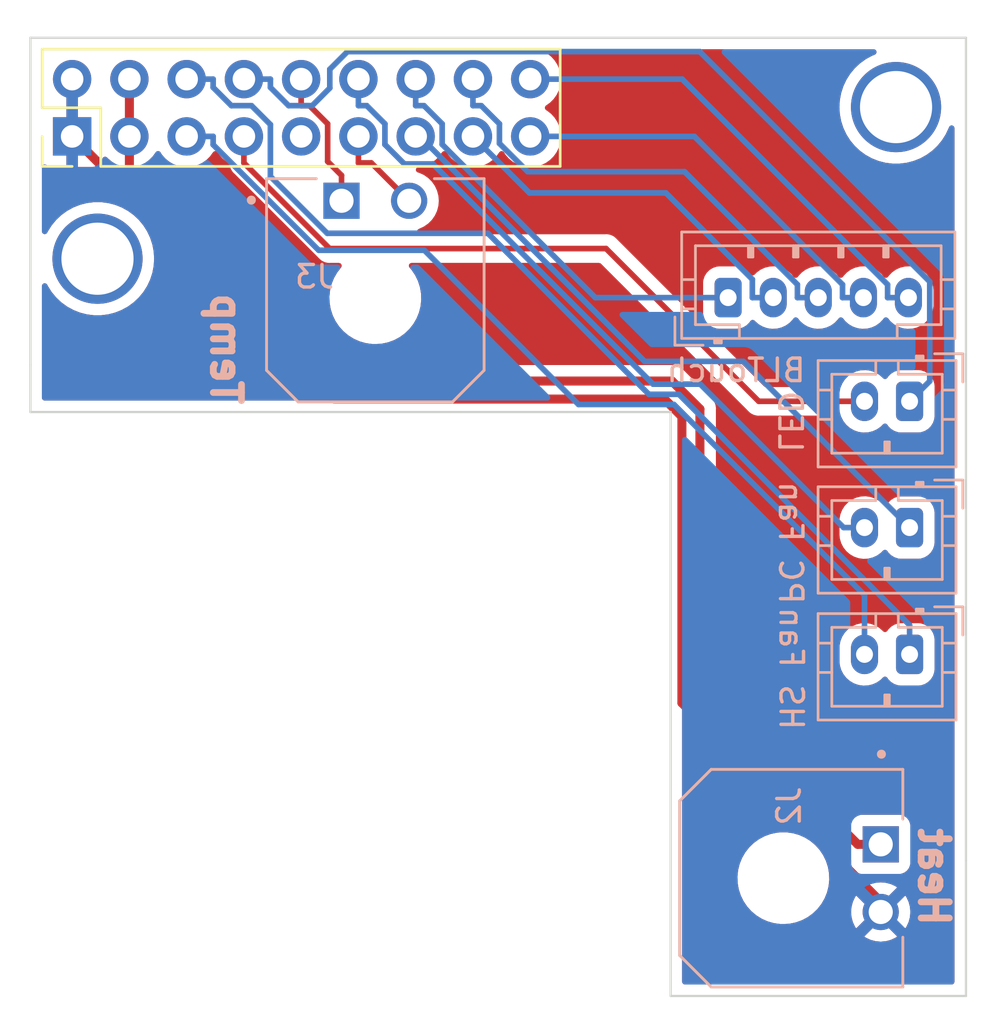
<source format=kicad_pcb>
(kicad_pcb (version 20211014) (generator pcbnew)
  (layers (0 "F.Cu" signal) (31 "B.Cu" signal) (34 "B.Paste" user) (35 "F.Paste" user) (36 "B.SilkS" user "B.Silkscreen") (37 "F.SilkS" user "F.Silkscreen") (38 "B.Mask" user) (39 "F.Mask" user) (44 "Edge.Cuts" user))
  (net 0 "")
  (net 1 "/Heater_GND")
  (net 2 "/Heater_VCC")
  (net 3 "/Thermistor_1")
  (net 4 "/Thermistor_2")
  (net 5 "/HS_Fan_GND")
  (net 6 "/HS_Fan_VCC")
  (net 7 "/PC_FAN_GND")
  (net 8 "/PC_FAN_VCC")
  (net 9 "/LED_GND")
  (net 10 "/LED_VCC")
  (net 11 "/BLT_PA1")
  (net 12 "/BLT_GND1")
  (net 13 "/BLT_PC14")
  (net 14 "/BLT_5v")
  (net 15 "/BLT_GND2")
  (footprint "Derek's Components:MountingHole_3.2mm_M3_Custom_Pad" (layer "F.Cu") (at 15.475 22.3)
    (fp_text reference "H1" hide)
    (fp_text value "MountingHole_3.2mm_M3_Custom_Pad" hide)
    (pad "1" thru_hole circle (at 0 0) (size 4 4) (drill 3.2) (layers *.Cu *.Mask))
  )
  (footprint "Connector_PinHeader_2.54mm:PinHeader_2x09_P2.54mm_Vertical" (layer "F.Cu") (at 14.35 16.875 90)
    (fp_text reference "J1" hide)
    (fp_text value "Conn_02x09_Odd_Even" hide)
    (fp_line (start -1.33 21.65) (end 3.87 21.65) (layer "F.SilkS") (width 0.12))
    (fp_line (start 1.27 1.27) (end 1.27 -1.33) (layer "F.SilkS") (width 0.12))
    (fp_line (start -1.33 1.27) (end -1.33 21.65) (layer "F.SilkS") (width 0.12))
    (fp_line (start 1.27 -1.33) (end 3.87 -1.33) (layer "F.SilkS") (width 0.12))
    (fp_line (start -1.33 0) (end -1.33 -1.33) (layer "F.SilkS") (width 0.12))
    (fp_line (start 3.87 -1.33) (end 3.87 21.65) (layer "F.SilkS") (width 0.12))
    (fp_line (start -1.33 -1.33) (end 0 -1.33) (layer "F.SilkS") (width 0.12))
    (fp_line (start -1.33 1.27) (end 1.27 1.27) (layer "F.SilkS") (width 0.12))
    (pad "1" thru_hole rect (at 0 0 90) (size 1.7 1.7) (drill 1) (layers *.Cu *.Mask) (net 1 "/Heater_GND"))
    (pad "2" thru_hole oval (at 2.54 0 90) (size 1.7 1.7) (drill 1) (layers *.Cu *.Mask) (net 1 "/Heater_GND"))
    (pad "3" thru_hole oval (at 0 2.54 90) (size 1.7 1.7) (drill 1) (layers *.Cu *.Mask) (net 2 "/Heater_VCC"))
    (pad "4" thru_hole oval (at 2.54 2.54 90) (size 1.7 1.7) (drill 1) (layers *.Cu *.Mask) (net 2 "/Heater_VCC"))
    (pad "5" thru_hole oval (at 0 5.08 90) (size 1.7 1.7) (drill 1) (layers *.Cu *.Mask) (net 5 "/HS_Fan_GND"))
    (pad "6" thru_hole oval (at 2.54 5.08 90) (size 1.7 1.7) (drill 1) (layers *.Cu *.Mask) (net 6 "/HS_Fan_VCC"))
    (pad "7" thru_hole oval (at 0 7.62 90) (size 1.7 1.7) (drill 1) (layers *.Cu *.Mask) (net 9 "/LED_GND"))
    (pad "8" thru_hole oval (at 2.54 7.62 90) (size 1.7 1.7) (drill 1) (layers *.Cu *.Mask) (net 10 "/LED_VCC"))
    (pad "9" thru_hole oval (at 0 10.16 90) (size 1.7 1.7) (drill 1) (layers *.Cu *.Mask))
    (pad "10" thru_hole oval (at 2.54 10.16 90) (size 1.7 1.7) (drill 1) (layers *.Cu *.Mask) (net 3 "/Thermistor_1"))
    (pad "11" thru_hole oval (at 0 12.7 90) (size 1.7 1.7) (drill 1) (layers *.Cu *.Mask) (net 4 "/Thermistor_2"))
    (pad "12" thru_hole oval (at 2.54 12.7 90) (size 1.7 1.7) (drill 1) (layers *.Cu *.Mask) (net 7 "/PC_FAN_GND"))
    (pad "13" thru_hole oval (at 0 15.24 90) (size 1.7 1.7) (drill 1) (layers *.Cu *.Mask) (net 8 "/PC_FAN_VCC"))
    (pad "14" thru_hole oval (at 2.54 15.24 90) (size 1.7 1.7) (drill 1) (layers *.Cu *.Mask) (net 12 "/BLT_GND1"))
    (pad "15" thru_hole oval (at 0 17.78 90) (size 1.7 1.7) (drill 1) (layers *.Cu *.Mask) (net 14 "/BLT_5v"))
    (pad "16" thru_hole oval (at 2.54 17.78 90) (size 1.7 1.7) (drill 1) (layers *.Cu *.Mask) (net 11 "/BLT_PA1"))
    (pad "17" thru_hole oval (at 0 20.32 90) (size 1.7 1.7) (drill 1) (layers *.Cu *.Mask) (net 15 "/BLT_GND2"))
    (pad "18" thru_hole oval (at 2.54 20.32 90) (size 1.7 1.7) (drill 1) (layers *.Cu *.Mask) (net 13 "/BLT_PC14"))
  )
  (footprint "Derek's Components:MountingHole_3.2mm_M3_Custom_Pad" (layer "F.Cu") (at 50.9 15.575)
    (fp_text reference "H2" hide)
    (fp_text value "MountingHole_3.2mm_M3_Custom_Pad" hide)
    (pad "1" thru_hole circle (at 0 0) (size 4 4) (drill 3.2) (layers *.Cu *.Mask))
  )
  (footprint "Molex Micro-fit 3.0:MOLEX_436500200" (layer "B.Cu") (at 27.8 23.7 180)
    (fp_text reference "J3" (at 2.7 0.6) (layer "B.SilkS") (effects (justify mirror)))
    (fp_text value "436500200" hide)
    (fp_line (start 4.825 -3.55) (end 4.825 4.95) (layer "B.SilkS") (width 0.127))
    (fp_line (start 3.425 -4.95) (end 4.825 -3.55) (layer "B.SilkS") (width 0.127))
    (fp_line (start -4.825 4.95) (end -4.825 -3.55) (layer "B.SilkS") (width 0.127))
    (fp_line (start -4.825 -3.55) (end -3.425 -4.95) (layer "B.SilkS") (width 0.127))
    (fp_line (start 2.62 4.95) (end 4.825 4.95) (layer "B.SilkS") (width 0.127))
    (fp_line (start -3.425 -4.95) (end 3.425 -4.95) (layer "B.SilkS") (width 0.127))
    (fp_line (start -4.825 4.95) (end -2.62 4.95) (layer "B.SilkS") (width 0.127))
    (fp_circle (center 5.5 4) (end 5.6 4) (layer "B.SilkS") (width 0.2) (fill none))
    (pad "" np_thru_hole circle (at 0 -0.35 180) (size 3.05 3.05) (drill 3.05) (layers *.Cu *.Mask))
    (pad "1" thru_hole rect (at 1.5 3.97 180) (size 1.605 1.605) (drill 1.07) (layers *.Cu *.Mask) (net 3 "/Thermistor_1"))
    (pad "2" thru_hole circle (at -1.5 3.97 180) (size 1.605 1.605) (drill 1.07) (layers *.Cu *.Mask) (net 4 "/Thermistor_2"))
  )
  (footprint "Connector_JST:JST_PH_B2B-PH-K_1x02_P2.00mm_Vertical" (layer "B.Cu") (at 51.5 28.625 180)
    (fp_text reference "J5" hide)
    (fp_text value "Conn_01x02" hide)
    (fp_line (start -0.3 1.91) (end -0.6 1.91) (layer "B.SilkS") (width 0.12))
    (fp_line (start 1.5 1.2) (end 1.5 1.81) (layer "B.SilkS") (width 0.12))
    (fp_line (start -2.06 0.5) (end -1.45 0.5) (layer "B.SilkS") (width 0.12))
    (fp_line (start 0.5 1.2) (end -1.45 1.2) (layer "B.SilkS") (width 0.12))
    (fp_line (start -2.06 1.81) (end -2.06 -2.91) (layer "B.SilkS") (width 0.12))
    (fp_line (start -2.36 2.11) (end -2.36 0.86) (layer "B.SilkS") (width 0.12))
    (fp_line (start 0.9 -1.8) (end 1.1 -1.8) (layer "B.SilkS") (width 0.12))
    (fp_line (start -2.06 -2.91) (end 4.06 -2.91) (layer "B.SilkS") (width 0.12))
    (fp_line (start -1.45 -2.3) (end 3.45 -2.3) (layer "B.SilkS") (width 0.12))
    (fp_line (start -0.3 2.01) (end -0.6 2.01) (layer "B.SilkS") (width 0.12))
    (fp_line (start 4.06 0.5) (end 3.45 0.5) (layer "B.SilkS") (width 0.12))
    (fp_line (start 4.06 -2.91) (end 4.06 1.81) (layer "B.SilkS") (width 0.12))
    (fp_line (start 4.06 1.81) (end -2.06 1.81) (layer "B.SilkS") (width 0.12))
    (fp_line (start -0.3 1.81) (end -0.3 2.01) (layer "B.SilkS") (width 0.12))
    (fp_line (start 4.06 -0.8) (end 3.45 -0.8) (layer "B.SilkS") (width 0.12))
    (fp_line (start -1.11 2.11) (end -2.36 2.11) (layer "B.SilkS") (width 0.12))
    (fp_line (start 0.9 -2.3) (end 0.9 -1.8) (layer "B.SilkS") (width 0.12))
    (fp_line (start 1.1 -1.8) (end 1.1 -2.3) (layer "B.SilkS") (width 0.12))
    (fp_line (start 0.5 1.81) (end 0.5 1.2) (layer "B.SilkS") (width 0.12))
    (fp_line (start -2.06 -0.8) (end -1.45 -0.8) (layer "B.SilkS") (width 0.12))
    (fp_line (start 3.45 1.2) (end 1.5 1.2) (layer "B.SilkS") (width 0.12))
    (fp_line (start -1.45 1.2) (end -1.45 -2.3) (layer "B.SilkS") (width 0.12))
    (fp_line (start 3.45 -2.3) (end 3.45 1.2) (layer "B.SilkS") (width 0.12))
    (fp_line (start 1 -2.3) (end 1 -1.8) (layer "B.SilkS") (width 0.12))
    (fp_line (start -0.6 2.01) (end -0.6 1.81) (layer "B.SilkS") (width 0.12))
    (pad "1" thru_hole roundrect (at 0 0 180) (size 1.2 1.75) (drill 0.75) (layers *.Cu *.Mask) (roundrect_rratio 0.2083333333) (net 10 "/LED_VCC"))
    (pad "2" thru_hole oval (at 2 0 180) (size 1.2 1.75) (drill 0.75) (layers *.Cu *.Mask) (net 9 "/LED_GND"))
  )
  (footprint "Connector_JST:JST_PH_B2B-PH-K_1x02_P2.00mm_Vertical" (layer "B.Cu") (at 51.5 39.85 180)
    (fp_text reference "J7" hide)
    (fp_text value "Conn_01x02" hide)
    (fp_line (start 4.06 1.81) (end -2.06 1.81) (layer "B.SilkS") (width 0.12))
    (fp_line (start 4.06 -0.8) (end 3.45 -0.8) (layer "B.SilkS") (width 0.12))
    (fp_line (start -2.06 1.81) (end -2.06 -2.91) (layer "B.SilkS") (width 0.12))
    (fp_line (start -0.3 2.01) (end -0.6 2.01) (layer "B.SilkS") (width 0.12))
    (fp_line (start 1.5 1.2) (end 1.5 1.81) (layer "B.SilkS") (width 0.12))
    (fp_line (start 1.1 -1.8) (end 1.1 -2.3) (layer "B.SilkS") (width 0.12))
    (fp_line (start -0.3 1.91) (end -0.6 1.91) (layer "B.SilkS") (width 0.12))
    (fp_line (start 0.9 -1.8) (end 1.1 -1.8) (layer "B.SilkS") (width 0.12))
    (fp_line (start -0.3 1.81) (end -0.3 2.01) (layer "B.SilkS") (width 0.12))
    (fp_line (start 0.5 1.2) (end -1.45 1.2) (layer "B.SilkS") (width 0.12))
    (fp_line (start 3.45 1.2) (end 1.5 1.2) (layer "B.SilkS") (width 0.12))
    (fp_line (start -2.36 2.11) (end -2.36 0.86) (layer "B.SilkS") (width 0.12))
    (fp_line (start 1 -2.3) (end 1 -1.8) (layer "B.SilkS") (width 0.12))
    (fp_line (start 4.06 0.5) (end 3.45 0.5) (layer "B.SilkS") (width 0.12))
    (fp_line (start 4.06 -2.91) (end 4.06 1.81) (layer "B.SilkS") (width 0.12))
    (fp_line (start -2.06 -2.91) (end 4.06 -2.91) (layer "B.SilkS") (width 0.12))
    (fp_line (start -1.45 -2.3) (end 3.45 -2.3) (layer "B.SilkS") (width 0.12))
    (fp_line (start -1.11 2.11) (end -2.36 2.11) (layer "B.SilkS") (width 0.12))
    (fp_line (start -0.6 2.01) (end -0.6 1.81) (layer "B.SilkS") (width 0.12))
    (fp_line (start 3.45 -2.3) (end 3.45 1.2) (layer "B.SilkS") (width 0.12))
    (fp_line (start -2.06 -0.8) (end -1.45 -0.8) (layer "B.SilkS") (width 0.12))
    (fp_line (start 0.5 1.81) (end 0.5 1.2) (layer "B.SilkS") (width 0.12))
    (fp_line (start 0.9 -2.3) (end 0.9 -1.8) (layer "B.SilkS") (width 0.12))
    (fp_line (start -1.45 1.2) (end -1.45 -2.3) (layer "B.SilkS") (width 0.12))
    (fp_line (start -2.06 0.5) (end -1.45 0.5) (layer "B.SilkS") (width 0.12))
    (pad "1" thru_hole roundrect (at 0 0 180) (size 1.2 1.75) (drill 0.75) (layers *.Cu *.Mask) (roundrect_rratio 0.2083333333) (net 6 "/HS_Fan_VCC"))
    (pad "2" thru_hole oval (at 2 0 180) (size 1.2 1.75) (drill 0.75) (layers *.Cu *.Mask) (net 5 "/HS_Fan_GND"))
  )
  (footprint "Molex Micro-fit 3.0:MOLEX_436500200" (layer "B.Cu") (at 46.25 49.775 90)
    (fp_text reference "J2" (at 3.2 -0.1 90) (layer "B.SilkS") (effects (justify mirror)))
    (fp_text value "436500200" hide)
    (fp_line (start -3.425 -4.95) (end 3.425 -4.95) (layer "B.SilkS") (width 0.127))
    (fp_line (start -4.825 4.95) (end -4.825 -3.55) (layer "B.SilkS") (width 0.127))
    (fp_line (start -4.825 4.95) (end -2.62 4.95) (layer "B.SilkS") (width 0.127))
    (fp_line (start 2.62 4.95) (end 4.825 4.95) (layer "B.SilkS") (width 0.127))
    (fp_line (start -4.825 -3.55) (end -3.425 -4.95) (layer "B.SilkS") (width 0.127))
    (fp_line (start 3.425 -4.95) (end 4.825 -3.55) (layer "B.SilkS") (width 0.127))
    (fp_line (start 4.825 -3.55) (end 4.825 4.95) (layer "B.SilkS") (width 0.127))
    (fp_circle (center 5.5 4) (end 5.6 4) (layer "B.SilkS") (width 0.2) (fill none))
    (pad "" np_thru_hole circle (at 0 -0.35 90) (size 3.05 3.05) (drill 3.05) (layers *.Cu *.Mask))
    (pad "1" thru_hole rect (at 1.5 3.97 90) (size 1.605 1.605) (drill 1.07) (layers *.Cu *.Mask) (net 2 "/Heater_VCC"))
    (pad "2" thru_hole circle (at -1.5 3.97 90) (size 1.605 1.605) (drill 1.07) (layers *.Cu *.Mask) (net 1 "/Heater_GND"))
  )
  (footprint "Connector_JST:JST_PH_B2B-PH-K_1x02_P2.00mm_Vertical" (layer "B.Cu") (at 51.5 34.225 180)
    (fp_text reference "J4" hide)
    (fp_text value "Conn_01x02" hide)
    (fp_line (start 0.5 1.2) (end -1.45 1.2) (layer "B.SilkS") (width 0.12))
    (fp_line (start -0.3 1.81) (end -0.3 2.01) (layer "B.SilkS") (width 0.12))
    (fp_line (start 0.9 -1.8) (end 1.1 -1.8) (layer "B.SilkS") (width 0.12))
    (fp_line (start -1.45 -2.3) (end 3.45 -2.3) (layer "B.SilkS") (width 0.12))
    (fp_line (start 1.1 -1.8) (end 1.1 -2.3) (layer "B.SilkS") (width 0.12))
    (fp_line (start -2.06 0.5) (end -1.45 0.5) (layer "B.SilkS") (width 0.12))
    (fp_line (start 0.9 -2.3) (end 0.9 -1.8) (layer "B.SilkS") (width 0.12))
    (fp_line (start -0.3 2.01) (end -0.6 2.01) (layer "B.SilkS") (width 0.12))
    (fp_line (start -2.36 2.11) (end -2.36 0.86) (layer "B.SilkS") (width 0.12))
    (fp_line (start 3.45 1.2) (end 1.5 1.2) (layer "B.SilkS") (width 0.12))
    (fp_line (start 1 -2.3) (end 1 -1.8) (layer "B.SilkS") (width 0.12))
    (fp_line (start -1.45 1.2) (end -1.45 -2.3) (layer "B.SilkS") (width 0.12))
    (fp_line (start -2.06 -2.91) (end 4.06 -2.91) (layer "B.SilkS") (width 0.12))
    (fp_line (start -0.6 2.01) (end -0.6 1.81) (layer "B.SilkS") (width 0.12))
    (fp_line (start 3.45 -2.3) (end 3.45 1.2) (layer "B.SilkS") (width 0.12))
    (fp_line (start -1.11 2.11) (end -2.36 2.11) (layer "B.SilkS") (width 0.12))
    (fp_line (start -2.06 -0.8) (end -1.45 -0.8) (layer "B.SilkS") (width 0.12))
    (fp_line (start -2.06 1.81) (end -2.06 -2.91) (layer "B.SilkS") (width 0.12))
    (fp_line (start 4.06 1.81) (end -2.06 1.81) (layer "B.SilkS") (width 0.12))
    (fp_line (start 0.5 1.81) (end 0.5 1.2) (layer "B.SilkS") (width 0.12))
    (fp_line (start 4.06 -2.91) (end 4.06 1.81) (layer "B.SilkS") (width 0.12))
    (fp_line (start 1.5 1.2) (end 1.5 1.81) (layer "B.SilkS") (width 0.12))
    (fp_line (start 4.06 -0.8) (end 3.45 -0.8) (layer "B.SilkS") (width 0.12))
    (fp_line (start 4.06 0.5) (end 3.45 0.5) (layer "B.SilkS") (width 0.12))
    (fp_line (start -0.3 1.91) (end -0.6 1.91) (layer "B.SilkS") (width 0.12))
    (pad "1" thru_hole roundrect (at 0 0 180) (size 1.2 1.75) (drill 0.75) (layers *.Cu *.Mask) (roundrect_rratio 0.2083333333) (net 8 "/PC_FAN_VCC"))
    (pad "2" thru_hole oval (at 2 0 180) (size 1.2 1.75) (drill 0.75) (layers *.Cu *.Mask) (net 7 "/PC_FAN_GND"))
  )
  (footprint "Connector_JST:JST_PH_B5B-PH-K_1x05_P2.00mm_Vertical" (layer "B.Cu") (at 43.45 24.025)
    (fp_text reference "J6" hide)
    (fp_text value "Conn_01x05" hide)
    (fp_line (start 10.06 -0.8) (end 9.45 -0.8) (layer "B.SilkS") (width 0.12))
    (fp_line (start 10.06 0.5) (end 9.45 0.5) (layer "B.SilkS") (width 0.12))
    (fp_line (start 7 -2.3) (end 7 -1.8) (layer "B.SilkS") (width 0.12))
    (fp_line (start 0.9 -2.3) (end 0.9 -1.8) (layer "B.SilkS") (width 0.12))
    (fp_line (start 7.1 -1.8) (end 7.1 -2.3) (layer "B.SilkS") (width 0.12))
    (fp_line (start 1 -2.3) (end 1 -1.8) (layer "B.SilkS") (width 0.12))
    (fp_line (start 2.9 -1.8) (end 3.1 -1.8) (layer "B.SilkS") (width 0.12))
    (fp_line (start -2.06 -2.91) (end 10.06 -2.91) (layer "B.SilkS") (width 0.12))
    (fp_line (start 9.45 -2.3) (end 9.45 1.2) (layer "B.SilkS") (width 0.12))
    (fp_line (start 0.5 1.81) (end 0.5 1.2) (layer "B.SilkS") (width 0.12))
    (fp_line (start -2.06 0.5) (end -1.45 0.5) (layer "B.SilkS") (width 0.12))
    (fp_line (start 6.9 -2.3) (end 6.9 -1.8) (layer "B.SilkS") (width 0.12))
    (fp_line (start -2.06 -0.8) (end -1.45 -0.8) (layer "B.SilkS") (width 0.12))
    (fp_line (start 5.1 -1.8) (end 5.1 -2.3) (layer "B.SilkS") (width 0.12))
    (fp_line (start 1.1 -1.8) (end 1.1 -2.3) (layer "B.SilkS") (width 0.12))
    (fp_line (start -0.6 2.01) (end -0.6 1.81) (layer "B.SilkS") (width 0.12))
    (fp_line (start 3.1 -1.8) (end 3.1 -2.3) (layer "B.SilkS") (width 0.12))
    (fp_line (start 6.9 -1.8) (end 7.1 -1.8) (layer "B.SilkS") (width 0.12))
    (fp_line (start -0.3 1.91) (end -0.6 1.91) (layer "B.SilkS") (width 0.12))
    (fp_line (start 9.45 1.2) (end 7.5 1.2) (layer "B.SilkS") (width 0.12))
    (fp_line (start 10.06 -2.91) (end 10.06 1.81) (layer "B.SilkS") (width 0.12))
    (fp_line (start 4.9 -1.8) (end 5.1 -1.8) (layer "B.SilkS") (width 0.12))
    (fp_line (start 3 -2.3) (end 3 -1.8) (layer "B.SilkS") (width 0.12))
    (fp_line (start 0.5 1.2) (end -1.45 1.2) (layer "B.SilkS") (width 0.12))
    (fp_line (start -2.06 1.81) (end -2.06 -2.91) (layer "B.SilkS") (width 0.12))
    (fp_line (start 0.9 -1.8) (end 1.1 -1.8) (layer "B.SilkS") (width 0.12))
    (fp_line (start -2.36 2.11) (end -2.36 0.86) (layer "B.SilkS") (width 0.12))
    (fp_line (start 7.5 1.2) (end 7.5 1.81) (layer "B.SilkS") (width 0.12))
    (fp_line (start -1.11 2.11) (end -2.36 2.11) (layer "B.SilkS") (width 0.12))
    (fp_line (start -1.45 1.2) (end -1.45 -2.3) (layer "B.SilkS") (width 0.12))
    (fp_line (start -0.3 2.01) (end -0.6 2.01) (layer "B.SilkS") (width 0.12))
    (fp_line (start 4.9 -2.3) (end 4.9 -1.8) (layer "B.SilkS") (width 0.12))
    (fp_line (start 10.06 1.81) (end -2.06 1.81) (layer "B.SilkS") (width 0.12))
    (fp_line (start -0.3 1.81) (end -0.3 2.01) (layer "B.SilkS") (width 0.12))
    (fp_line (start 5 -2.3) (end 5 -1.8) (layer "B.SilkS") (width 0.12))
    (fp_line (start 2.9 -2.3) (end 2.9 -1.8) (layer "B.SilkS") (width 0.12))
    (fp_line (start -1.45 -2.3) (end 9.45 -2.3) (layer "B.SilkS") (width 0.12))
    (pad "1" thru_hole roundrect (at 0 0) (size 1.2 1.75) (drill 0.75) (layers *.Cu *.Mask) (roundrect_rratio 0.2083333333) (net 12 "/BLT_GND1"))
    (pad "2" thru_hole oval (at 2 0) (size 1.2 1.75) (drill 0.75) (layers *.Cu *.Mask) (net 14 "/BLT_5v"))
    (pad "3" thru_hole oval (at 4 0) (size 1.2 1.75) (drill 0.75) (layers *.Cu *.Mask) (net 11 "/BLT_PA1"))
    (pad "4" thru_hole oval (at 6 0) (size 1.2 1.75) (drill 0.75) (layers *.Cu *.Mask) (net 15 "/BLT_GND2"))
    (pad "5" thru_hole oval (at 8 0) (size 1.2 1.75) (drill 0.75) (layers *.Cu *.Mask) (net 13 "/BLT_PC14"))
  )
  (gr_line (start 12.5 12.5) (end 12.5 27) (layer "Edge.Cuts") (width 0.1))
  (gr_line (start 54 55) (end 54 49) (layer "Edge.Cuts") (width 0.1))
  (gr_line (start 12.5 29.1) (end 40.9 29.1) (layer "Edge.Cuts") (width 0.1))
  (gr_line (start 12.5 29.1) (end 12.5 27) (layer "Edge.Cuts") (width 0.1))
  (gr_line (start 54 12.5) (end 54 49) (layer "Edge.Cuts") (width 0.1))
  (gr_line (start 40.9 55) (end 40.9 29.1) (layer "Edge.Cuts") (width 0.1))
  (gr_line (start 40.9 55) (end 54 55) (layer "Edge.Cuts") (width 0.1))
  (gr_line (start 54 12.5) (end 12.5 12.5) (layer "Edge.Cuts") (width 0.1))
  (gr_text "LED" (at 46.2 29.525 270) (layer "B.SilkS") (effects (font (size 1 1)) (justify mirror)))
  (gr_text "Temp" (at 21.175 26.3 270) (layer "B.SilkS") (effects (font (size 1.25 1.25) (thickness 0.3)) (justify mirror)))
  (gr_text "BLTouch" (at 43.8 27.25) (layer "B.SilkS") (effects (font (size 1 1)) (justify mirror)))
  (gr_text "Heat" (at 52.575 49.725 270) (layer "B.SilkS") (effects (font (size 1.25 1.25) (thickness 0.3)) (justify mirror)))
  (gr_text "HS Fan" (at 46.25 40.475 270) (layer "B.SilkS") (effects (font (size 1 1)) (justify mirror)))
  (gr_text "PC Fan" (at 46.225 34.9 270) (layer "B.SilkS") (effects (font (size 1 1)) (justify mirror)))
  (segment (start 41.4 29.3) (end 40.625 28.525) (width 0.4) (layer "F.Cu") (net 1))
  (segment (start 50.22 50.82) (end 41.4 42) (width 0.4) (layer "F.Cu") (net 1))
  (segment (start 41.4 42) (end 41.4 29.3) (width 0.4) (layer "F.Cu") (net 1))
  (segment (start 14.35 16.875) (end 14.35 14.335) (width 0.4) (layer "F.Cu") (net 1))
  (segment (start 40.625 28.525) (end 26 28.525) (width 0.4) (layer "F.Cu") (net 1))
  (segment (start 50.22 51.275) (end 50.22 50.82) (width 0.4) (layer "F.Cu") (net 1))
  (segment (start 26 28.525) (end 14.35 16.875) (width 0.4) (layer "F.Cu") (net 1))
  (segment (start 26.3312 27.7255) (end 16.89 18.2843) (width 0.4) (layer "F.Cu") (net 2))
  (segment (start 40.9562 27.7255) (end 26.3312 27.7255) (width 0.4) (layer "F.Cu") (net 2))
  (segment (start 49.2 48.275) (end 42.1995 41.2745) (width 0.4) (layer "F.Cu") (net 2))
  (segment (start 50.22 48.275) (end 49.2 48.275) (width 0.4) (layer "F.Cu") (net 2))
  (segment (start 16.89 16.875) (end 16.89 14.335) (width 0.4) (layer "F.Cu") (net 2))
  (segment (start 42.1995 41.2745) (end 42.1995 28.9688) (width 0.4) (layer "F.Cu") (net 2))
  (segment (start 42.1995 28.9688) (end 40.9562 27.7255) (width 0.4) (layer "F.Cu") (net 2))
  (segment (start 16.89 18.2843) (end 16.89 16.875) (width 0.4) (layer "F.Cu") (net 2))
  (segment (start 26.3 19.73) (end 26.3 18.6022) (width 0.25) (layer "F.Cu") (net 3))
  (segment (start 25.6853 16.3182) (end 24.8774 15.5103) (width 0.25) (layer "F.Cu") (net 3))
  (segment (start 24.8774 15.5103) (end 24.51 15.5103) (width 0.25) (layer "F.Cu") (net 3))
  (segment (start 25.6853 17.9875) (end 25.6853 16.3182) (width 0.25) (layer "F.Cu") (net 3))
  (segment (start 26.3 18.6022) (end 25.6853 17.9875) (width 0.25) (layer "F.Cu") (net 3))
  (segment (start 24.51 14.335) (end 24.51 15.5103) (width 0.25) (layer "F.Cu") (net 3))
  (segment (start 29.3 19.73) (end 27.6203 18.0503) (width 0.25) (layer "F.Cu") (net 4))
  (segment (start 27.05 16.875) (end 27.05 18.0503) (width 0.25) (layer "F.Cu") (net 4))
  (segment (start 27.6203 18.0503) (end 27.05 18.0503) (width 0.25) (layer "F.Cu") (net 4))
  (segment (start 25.288 21.925) (end 29.9736 21.925) (width 0.25) (layer "B.Cu") (net 5))
  (segment (start 36.8132 28.7646) (end 41.0471 28.7646) (width 0.25) (layer "B.Cu") (net 5))
  (segment (start 20.6053 16.875) (end 20.6053 17.2423) (width 0.25) (layer "B.Cu") (net 5))
  (segment (start 19.43 16.875) (end 20.6053 16.875) (width 0.25) (layer "B.Cu") (net 5))
  (segment (start 41.0471 28.7646) (end 49.5 37.2175) (width 0.25) (layer "B.Cu") (net 5))
  (segment (start 49.5 37.2175) (end 49.5 39.85) (width 0.25) (layer "B.Cu") (net 5))
  (segment (start 20.6053 17.2423) (end 25.288 21.925) (width 0.25) (layer "B.Cu") (net 5))
  (segment (start 29.9736 21.925) (end 36.8132 28.7646) (width 0.25) (layer "B.Cu") (net 5))
  (segment (start 22.3063 15.5103) (end 21.4132 15.5103) (width 0.25) (layer "B.Cu") (net 6))
  (segment (start 19.43 14.335) (end 20.6053 14.335) (width 0.25) (layer "B.Cu") (net 6))
  (segment (start 23.1454 18.6524) (end 23.1454 16.3494) (width 0.25) (layer "B.Cu") (net 6))
  (segment (start 23.1454 16.3494) (end 22.3063 15.5103) (width 0.25) (layer "B.Cu") (net 6))
  (segment (start 32.7921 21.1722) (end 25.6652 21.1722) (width 0.25) (layer "B.Cu") (net 6))
  (segment (start 25.6652 21.1722) (end 23.1454 18.6524) (width 0.25) (layer "B.Cu") (net 6))
  (segment (start 20.6053 14.7024) (end 20.6053 14.335) (width 0.25) (layer "B.Cu") (net 6))
  (segment (start 51.5 39.85) (end 51.5 38.548) (width 0.25) (layer "B.Cu") (net 6))
  (segment (start 51.5 38.548) (end 41.2663 28.3143) (width 0.25) (layer "B.Cu") (net 6))
  (segment (start 39.9342 28.3143) (end 32.7921 21.1722) (width 0.25) (layer "B.Cu") (net 6))
  (segment (start 41.2663 28.3143) (end 39.9342 28.3143) (width 0.25) (layer "B.Cu") (net 6))
  (segment (start 21.4132 15.5103) (end 20.6053 14.7024) (width 0.25) (layer "B.Cu") (net 6))
  (segment (start 30.3533 18.0965) (end 29.0875 18.0965) (width 0.25) (layer "B.Cu") (net 7))
  (segment (start 48.5747 34.225) (end 42.2137 27.864) (width 0.25) (layer "B.Cu") (net 7))
  (segment (start 42.2137 27.864) (end 40.1208 27.864) (width 0.25) (layer "B.Cu") (net 7))
  (segment (start 27.05 14.335) (end 27.05 15.5103) (width 0.25) (layer "B.Cu") (net 7))
  (segment (start 28.2253 17.2343) (end 28.2253 16.3182) (width 0.25) (layer "B.Cu") (net 7))
  (segment (start 28.2253 16.3182) (end 27.4174 15.5103) (width 0.25) (layer "B.Cu") (net 7))
  (segment (start 49.5 34.225) (end 48.5747 34.225) (width 0.25) (layer "B.Cu") (net 7))
  (segment (start 27.4174 15.5103) (end 27.05 15.5103) (width 0.25) (layer "B.Cu") (net 7))
  (segment (start 40.1208 27.864) (end 30.3533 18.0965) (width 0.25) (layer "B.Cu") (net 7))
  (segment (start 29.0875 18.0965) (end 28.2253 17.2343) (width 0.25) (layer "B.Cu") (net 7))
  (segment (start 29.7707 16.875) (end 29.59 16.875) (width 0.25) (layer "B.Cu") (net 8))
  (segment (start 51.5 34.225) (end 44.1282 26.8532) (width 0.25) (layer "B.Cu") (net 8))
  (segment (start 44.1282 26.8532) (end 39.7489 26.8532) (width 0.25) (layer "B.Cu") (net 8))
  (segment (start 39.7489 26.8532) (end 29.7707 16.875) (width 0.25) (layer "B.Cu") (net 8))
  (segment (start 25.7697 21.85) (end 38.0348 21.85) (width 0.25) (layer "F.Cu") (net 9))
  (segment (start 38.0348 21.85) (end 44.8098 28.625) (width 0.25) (layer "F.Cu") (net 9))
  (segment (start 21.97 18.0503) (end 25.7697 21.85) (width 0.25) (layer "F.Cu") (net 9))
  (segment (start 21.97 16.875) (end 21.97 18.0503) (width 0.25) (layer "F.Cu") (net 9))
  (segment (start 44.8098 28.625) (end 49.5 28.625) (width 0.25) (layer "F.Cu") (net 9))
  (segment (start 42.19 13.1138) (end 26.5641 13.1138) (width 0.25) (layer "B.Cu") (net 10))
  (segment (start 51.5 28.625) (end 52.3944 27.7306) (width 0.25) (layer "B.Cu") (net 10))
  (segment (start 25.78 13.8979) (end 25.78 14.7298) (width 0.25) (layer "B.Cu") (net 10))
  (segment (start 52.3944 23.3182) (end 42.19 13.1138) (width 0.25) (layer "B.Cu") (net 10))
  (segment (start 23.1453 14.7024) (end 23.1453 14.335) (width 0.25) (layer "B.Cu") (net 10))
  (segment (start 23.9532 15.5103) (end 23.1453 14.7024) (width 0.25) (layer "B.Cu") (net 10))
  (segment (start 25.78 14.7298) (end 24.9995 15.5103) (width 0.25) (layer "B.Cu") (net 10))
  (segment (start 24.9995 15.5103) (end 23.9532 15.5103) (width 0.25) (layer "B.Cu") (net 10))
  (segment (start 52.3944 27.7306) (end 52.3944 23.3182) (width 0.25) (layer "B.Cu") (net 10))
  (segment (start 26.5641 13.1138) (end 25.78 13.8979) (width 0.25) (layer "B.Cu") (net 10))
  (segment (start 21.97 14.335) (end 23.1453 14.335) (width 0.25) (layer "B.Cu") (net 10))
  (segment (start 33.3053 16.3182) (end 32.4974 15.5103) (width 0.25) (layer "B.Cu") (net 11))
  (segment (start 41.5178 18.4398) (end 34.5592 18.4398) (width 0.25) (layer "B.Cu") (net 11))
  (segment (start 46.5247 24.025) (end 46.5247 23.4467) (width 0.25) (layer "B.Cu") (net 11))
  (segment (start 32.13 14.335) (end 32.13 15.5103) (width 0.25) (layer "B.Cu") (net 11))
  (segment (start 46.5247 23.4467) (end 41.5178 18.4398) (width 0.25) (layer "B.Cu") (net 11))
  (segment (start 33.3053 17.1859) (end 33.3053 16.3182) (width 0.25) (layer "B.Cu") (net 11))
  (segment (start 34.5592 18.4398) (end 33.3053 17.1859) (width 0.25) (layer "B.Cu") (net 11))
  (segment (start 32.4974 15.5103) (end 32.13 15.5103) (width 0.25) (layer "B.Cu") (net 11))
  (segment (start 47.45 24.025) (end 46.5247 24.025) (width 0.25) (layer "B.Cu") (net 11))
  (segment (start 30.7653 17.2307) (end 30.7653 16.3182) (width 0.25) (layer "B.Cu") (net 12))
  (segment (start 37.5596 24.025) (end 30.7653 17.2307) (width 0.25) (layer "B.Cu") (net 12))
  (segment (start 30.7653 16.3182) (end 29.9574 15.5103) (width 0.25) (layer "B.Cu") (net 12))
  (segment (start 29.9574 15.5103) (end 29.59 15.5103) (width 0.25) (layer "B.Cu") (net 12))
  (segment (start 43.45 24.025) (end 37.5596 24.025) (width 0.25) (layer "B.Cu") (net 12))
  (segment (start 29.59 14.335) (end 29.59 15.5103) (width 0.25) (layer "B.Cu") (net 12))
  (segment (start 41.413 14.335) (end 34.67 14.335) (width 0.25) (layer "B.Cu") (net 13))
  (segment (start 50.5247 23.4467) (end 41.413 14.335) (width 0.25) (layer "B.Cu") (net 13))
  (segment (start 51.45 24.025) (end 50.5247 24.025) (width 0.25) (layer "B.Cu") (net 13))
  (segment (start 50.5247 24.025) (end 50.5247 23.4467) (width 0.25) (layer "B.Cu") (net 13))
  (segment (start 44.5247 24.025) (end 44.5247 23.2154) (width 0.25) (layer "B.Cu") (net 14))
  (segment (start 45.45 24.025) (end 44.5247 24.025) (width 0.25) (layer "B.Cu") (net 14))
  (segment (start 44.5247 23.2154) (end 40.6904 19.3811) (width 0.25) (layer "B.Cu") (net 14))
  (segment (start 34.6361 19.3811) (end 32.13 16.875) (width 0.25) (layer "B.Cu") (net 14))
  (segment (start 40.6904 19.3811) (end 34.6361 19.3811) (width 0.25) (layer "B.Cu") (net 14))
  (segment (start 49.45 24.025) (end 48.5247 24.025) (width 0.25) (layer "B.Cu") (net 15))
  (segment (start 48.5247 23.4467) (end 41.953 16.875) (width 0.25) (layer "B.Cu") (net 15))
  (segment (start 41.953 16.875) (end 34.67 16.875) (width 0.25) (layer "B.Cu") (net 15))
  (segment (start 48.5247 24.025) (end 48.5247 23.4467) (width 0.25) (layer "B.Cu") (net 15))
  (zone (net 1) (net_name "/Heater_GND") (layer "F.Cu") (connect_pads (clearance 0.508)) (min_thickness 0.254) (fill yes (thermal_gap 0.508) (thermal_bridge_width 0.508))
    (polygon (pts (xy 54.775 11.975) (xy 54.9 55.475) (xy 39.65 55.775) (xy 40.175 29.95) (xy 11.75 29.725) (xy 11.998266 11.725718)))
  )
  (zone (net 1) (net_name "/Heater_GND") (layer "B.Cu") (connect_pads (clearance 0.508)) (min_thickness 0.254) (fill yes (thermal_gap 0.508) (thermal_bridge_width 0.508))
    (polygon (pts (xy 55.425 11.425) (xy 55.375 56.2) (xy 38.675 56.25) (xy 39.65 30.375) (xy 11.15 30.375) (xy 11.398385 10.951327)))
  )
)
</source>
